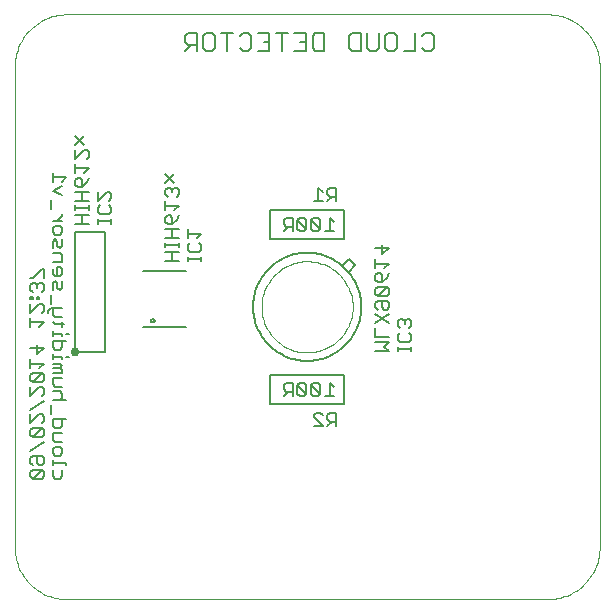
<source format=gbo>
G75*
G70*
%OFA0B0*%
%FSLAX24Y24*%
%IPPOS*%
%LPD*%
%AMOC8*
5,1,8,0,0,1.08239X$1,22.5*
%
%ADD10C,0.0000*%
%ADD11C,0.0080*%
%ADD12C,0.0050*%
%ADD13C,0.0060*%
%ADD14C,0.0300*%
%ADD15C,0.0020*%
D10*
X001175Y002925D02*
X001175Y018925D01*
X001177Y019008D01*
X001183Y019091D01*
X001193Y019174D01*
X001207Y019256D01*
X001224Y019338D01*
X001246Y019418D01*
X001271Y019497D01*
X001300Y019575D01*
X001333Y019652D01*
X001370Y019727D01*
X001409Y019800D01*
X001453Y019871D01*
X001499Y019940D01*
X001549Y020007D01*
X001602Y020071D01*
X001658Y020133D01*
X001717Y020192D01*
X001779Y020248D01*
X001843Y020301D01*
X001910Y020351D01*
X001979Y020397D01*
X002050Y020441D01*
X002123Y020480D01*
X002198Y020517D01*
X002275Y020550D01*
X002353Y020579D01*
X002432Y020604D01*
X002512Y020626D01*
X002594Y020643D01*
X002676Y020657D01*
X002759Y020667D01*
X002842Y020673D01*
X002925Y020675D01*
X018925Y020675D01*
X019008Y020673D01*
X019091Y020667D01*
X019174Y020657D01*
X019256Y020643D01*
X019338Y020626D01*
X019418Y020604D01*
X019497Y020579D01*
X019575Y020550D01*
X019652Y020517D01*
X019727Y020480D01*
X019800Y020441D01*
X019871Y020397D01*
X019940Y020351D01*
X020007Y020301D01*
X020071Y020248D01*
X020133Y020192D01*
X020192Y020133D01*
X020248Y020071D01*
X020301Y020007D01*
X020351Y019940D01*
X020397Y019871D01*
X020441Y019800D01*
X020480Y019727D01*
X020517Y019652D01*
X020550Y019575D01*
X020579Y019497D01*
X020604Y019418D01*
X020626Y019338D01*
X020643Y019256D01*
X020657Y019174D01*
X020667Y019091D01*
X020673Y019008D01*
X020675Y018925D01*
X020675Y002925D01*
X020673Y002842D01*
X020667Y002759D01*
X020657Y002676D01*
X020643Y002594D01*
X020626Y002512D01*
X020604Y002432D01*
X020579Y002353D01*
X020550Y002275D01*
X020517Y002198D01*
X020480Y002123D01*
X020441Y002050D01*
X020397Y001979D01*
X020351Y001910D01*
X020301Y001843D01*
X020248Y001779D01*
X020192Y001717D01*
X020133Y001658D01*
X020071Y001602D01*
X020007Y001549D01*
X019940Y001499D01*
X019871Y001453D01*
X019800Y001409D01*
X019727Y001370D01*
X019652Y001333D01*
X019575Y001300D01*
X019497Y001271D01*
X019418Y001246D01*
X019338Y001224D01*
X019256Y001207D01*
X019174Y001193D01*
X019091Y001183D01*
X019008Y001177D01*
X018925Y001175D01*
X002925Y001175D01*
X002842Y001177D01*
X002759Y001183D01*
X002676Y001193D01*
X002594Y001207D01*
X002512Y001224D01*
X002432Y001246D01*
X002353Y001271D01*
X002275Y001300D01*
X002198Y001333D01*
X002123Y001370D01*
X002050Y001409D01*
X001979Y001453D01*
X001910Y001499D01*
X001843Y001549D01*
X001779Y001602D01*
X001717Y001658D01*
X001658Y001717D01*
X001602Y001779D01*
X001549Y001843D01*
X001499Y001910D01*
X001453Y001979D01*
X001409Y002050D01*
X001370Y002123D01*
X001333Y002198D01*
X001300Y002275D01*
X001271Y002353D01*
X001246Y002432D01*
X001224Y002512D01*
X001207Y002594D01*
X001193Y002676D01*
X001183Y002759D01*
X001177Y002842D01*
X001175Y002925D01*
D11*
X005728Y010465D02*
X005730Y010480D01*
X005736Y010493D01*
X005745Y010505D01*
X005756Y010514D01*
X005770Y010520D01*
X005785Y010522D01*
X005800Y010520D01*
X005813Y010514D01*
X005825Y010505D01*
X005834Y010494D01*
X005840Y010480D01*
X005842Y010465D01*
X005840Y010450D01*
X005834Y010437D01*
X005825Y010425D01*
X005814Y010416D01*
X005800Y010410D01*
X005785Y010408D01*
X005770Y010410D01*
X005757Y010416D01*
X005745Y010425D01*
X005736Y010436D01*
X005730Y010450D01*
X005728Y010465D01*
X009685Y008647D02*
X009685Y007703D01*
X012165Y007703D01*
X012165Y008647D01*
X009685Y008647D01*
X009685Y013203D02*
X012165Y013203D01*
X012165Y014147D01*
X009685Y014147D01*
X009685Y013203D01*
X009670Y019465D02*
X009283Y019465D01*
X009062Y019562D02*
X008965Y019465D01*
X008772Y019465D01*
X008675Y019562D01*
X008675Y019949D02*
X008772Y020045D01*
X008965Y020045D01*
X009062Y019949D01*
X009062Y019562D01*
X009476Y019755D02*
X009670Y019755D01*
X009670Y020045D02*
X009670Y019465D01*
X010084Y019465D02*
X010084Y020045D01*
X010277Y020045D02*
X009890Y020045D01*
X009670Y020045D02*
X009283Y020045D01*
X008454Y020045D02*
X008067Y020045D01*
X008261Y020045D02*
X008261Y019465D01*
X007846Y019562D02*
X007846Y019949D01*
X007750Y020045D01*
X007556Y020045D01*
X007459Y019949D01*
X007459Y019562D01*
X007556Y019465D01*
X007750Y019465D01*
X007846Y019562D01*
X007239Y019658D02*
X006948Y019658D01*
X006852Y019755D01*
X006852Y019949D01*
X006948Y020045D01*
X007239Y020045D01*
X007239Y019465D01*
X007045Y019658D02*
X006852Y019465D01*
X010498Y019465D02*
X010885Y019465D01*
X010885Y020045D01*
X010498Y020045D01*
X010692Y019755D02*
X010885Y019755D01*
X011106Y019562D02*
X011106Y019949D01*
X011202Y020045D01*
X011493Y020045D01*
X011493Y019465D01*
X011202Y019465D01*
X011106Y019562D01*
X012321Y019562D02*
X012321Y019949D01*
X012418Y020045D01*
X012708Y020045D01*
X012708Y019465D01*
X012418Y019465D01*
X012321Y019562D01*
X012929Y019562D02*
X012929Y020045D01*
X013316Y020045D02*
X013316Y019562D01*
X013219Y019465D01*
X013026Y019465D01*
X012929Y019562D01*
X013537Y019562D02*
X013537Y019949D01*
X013633Y020045D01*
X013827Y020045D01*
X013924Y019949D01*
X013924Y019562D01*
X013827Y019465D01*
X013633Y019465D01*
X013537Y019562D01*
X014144Y019465D02*
X014531Y019465D01*
X014531Y020045D01*
X014752Y019949D02*
X014849Y020045D01*
X015042Y020045D01*
X015139Y019949D01*
X015139Y019562D01*
X015042Y019465D01*
X014849Y019465D01*
X014752Y019562D01*
D12*
X011900Y014900D02*
X011675Y014900D01*
X011600Y014825D01*
X011600Y014675D01*
X011675Y014600D01*
X011900Y014600D01*
X011900Y014450D02*
X011900Y014900D01*
X011750Y014600D02*
X011600Y014450D01*
X011440Y014450D02*
X011139Y014450D01*
X011289Y014450D02*
X011289Y014900D01*
X011440Y014750D01*
X011285Y013900D02*
X011135Y013900D01*
X011060Y013825D01*
X011360Y013525D01*
X011285Y013450D01*
X011135Y013450D01*
X011060Y013525D01*
X011060Y013825D01*
X010900Y013825D02*
X010825Y013900D01*
X010675Y013900D01*
X010600Y013825D01*
X010900Y013525D01*
X010825Y013450D01*
X010675Y013450D01*
X010600Y013525D01*
X010600Y013825D01*
X010440Y013900D02*
X010214Y013900D01*
X010139Y013825D01*
X010139Y013675D01*
X010214Y013600D01*
X010440Y013600D01*
X010440Y013450D02*
X010440Y013900D01*
X010289Y013600D02*
X010139Y013450D01*
X010900Y013525D02*
X010900Y013825D01*
X011285Y013900D02*
X011360Y013825D01*
X011360Y013525D01*
X011521Y013450D02*
X011821Y013450D01*
X011671Y013450D02*
X011671Y013900D01*
X011821Y013750D01*
X013200Y012898D02*
X013650Y012898D01*
X013425Y012673D01*
X013425Y012973D01*
X013200Y012513D02*
X013200Y012212D01*
X013200Y012362D02*
X013650Y012362D01*
X013500Y012212D01*
X013350Y012052D02*
X013425Y011977D01*
X013425Y011752D01*
X013275Y011752D01*
X013200Y011827D01*
X013200Y011977D01*
X013275Y012052D01*
X013350Y012052D01*
X013575Y011902D02*
X013425Y011752D01*
X013575Y011902D02*
X013650Y012052D01*
X013575Y011592D02*
X013275Y011592D01*
X013200Y011517D01*
X013200Y011367D01*
X013275Y011292D01*
X013575Y011592D01*
X013650Y011517D01*
X013650Y011367D01*
X013575Y011292D01*
X013275Y011292D01*
X013275Y011131D02*
X013575Y011131D01*
X013650Y011056D01*
X013650Y010906D01*
X013575Y010831D01*
X013500Y010831D01*
X013425Y010906D01*
X013425Y011131D01*
X013275Y011131D02*
X013200Y011056D01*
X013200Y010906D01*
X013275Y010831D01*
X013200Y010671D02*
X013650Y010371D01*
X013650Y010671D02*
X013200Y010371D01*
X013200Y010211D02*
X013200Y009910D01*
X013650Y009910D01*
X013650Y009750D02*
X013200Y009750D01*
X013200Y009450D02*
X013650Y009450D01*
X013500Y009600D01*
X013650Y009750D01*
X013950Y009832D02*
X013950Y009982D01*
X014025Y010057D01*
X014025Y010217D02*
X013950Y010292D01*
X013950Y010443D01*
X014025Y010518D01*
X014100Y010518D01*
X014175Y010443D01*
X014175Y010367D01*
X014175Y010443D02*
X014250Y010518D01*
X014325Y010518D01*
X014400Y010443D01*
X014400Y010292D01*
X014325Y010217D01*
X014325Y010057D02*
X014400Y009982D01*
X014400Y009832D01*
X014325Y009757D01*
X014025Y009757D01*
X013950Y009832D01*
X013950Y009600D02*
X013950Y009450D01*
X013950Y009525D02*
X014400Y009525D01*
X014400Y009450D02*
X014400Y009600D01*
X011821Y008250D02*
X011671Y008400D01*
X011671Y007950D01*
X011821Y007950D02*
X011521Y007950D01*
X011360Y008025D02*
X011060Y008325D01*
X011060Y008025D01*
X011135Y007950D01*
X011285Y007950D01*
X011360Y008025D01*
X011360Y008325D01*
X011285Y008400D01*
X011135Y008400D01*
X011060Y008325D01*
X010900Y008325D02*
X010825Y008400D01*
X010675Y008400D01*
X010600Y008325D01*
X010900Y008025D01*
X010825Y007950D01*
X010675Y007950D01*
X010600Y008025D01*
X010600Y008325D01*
X010440Y008400D02*
X010214Y008400D01*
X010139Y008325D01*
X010139Y008175D01*
X010214Y008100D01*
X010440Y008100D01*
X010440Y007950D02*
X010440Y008400D01*
X010289Y008100D02*
X010139Y007950D01*
X010900Y008025D02*
X010900Y008325D01*
X011214Y007400D02*
X011139Y007325D01*
X011139Y007250D01*
X011440Y006950D01*
X011139Y006950D01*
X011214Y007400D02*
X011365Y007400D01*
X011440Y007325D01*
X011600Y007325D02*
X011600Y007175D01*
X011675Y007100D01*
X011900Y007100D01*
X011900Y006950D02*
X011900Y007400D01*
X011675Y007400D01*
X011600Y007325D01*
X011750Y007100D02*
X011600Y006950D01*
X007400Y012450D02*
X007400Y012600D01*
X007400Y012525D02*
X006950Y012525D01*
X006950Y012450D02*
X006950Y012600D01*
X007025Y012757D02*
X006950Y012832D01*
X006950Y012982D01*
X007025Y013057D01*
X006950Y013217D02*
X006950Y013518D01*
X006950Y013367D02*
X007400Y013367D01*
X007250Y013217D01*
X007325Y013057D02*
X007400Y012982D01*
X007400Y012832D01*
X007325Y012757D01*
X007025Y012757D01*
X006650Y012750D02*
X006200Y012750D01*
X006200Y012910D02*
X006200Y013061D01*
X006200Y012985D02*
X006650Y012985D01*
X006650Y012910D02*
X006650Y013061D01*
X006650Y013217D02*
X006200Y013217D01*
X006425Y013217D02*
X006425Y013518D01*
X006425Y013678D02*
X006275Y013678D01*
X006200Y013753D01*
X006200Y013903D01*
X006275Y013978D01*
X006350Y013978D01*
X006425Y013903D01*
X006425Y013678D01*
X006575Y013828D01*
X006650Y013978D01*
X006500Y014138D02*
X006650Y014288D01*
X006200Y014288D01*
X006200Y014138D02*
X006200Y014438D01*
X006275Y014598D02*
X006200Y014674D01*
X006200Y014824D01*
X006275Y014899D01*
X006350Y014899D01*
X006425Y014824D01*
X006425Y014749D01*
X006425Y014824D02*
X006500Y014899D01*
X006575Y014899D01*
X006650Y014824D01*
X006650Y014674D01*
X006575Y014598D01*
X006500Y015059D02*
X006200Y015359D01*
X006200Y015059D02*
X006500Y015359D01*
X006650Y013518D02*
X006200Y013518D01*
X006425Y012750D02*
X006425Y012450D01*
X006200Y012450D02*
X006650Y012450D01*
X004400Y013700D02*
X004400Y013850D01*
X004400Y013775D02*
X003950Y013775D01*
X003950Y013700D02*
X003950Y013850D01*
X004025Y014007D02*
X003950Y014082D01*
X003950Y014232D01*
X004025Y014307D01*
X003950Y014467D02*
X004250Y014768D01*
X004325Y014768D01*
X004400Y014693D01*
X004400Y014542D01*
X004325Y014467D01*
X004325Y014307D02*
X004400Y014232D01*
X004400Y014082D01*
X004325Y014007D01*
X004025Y014007D01*
X003650Y014000D02*
X003200Y014000D01*
X003200Y014160D02*
X003200Y014311D01*
X003200Y014235D02*
X003650Y014235D01*
X003650Y014160D02*
X003650Y014311D01*
X003650Y014467D02*
X003200Y014467D01*
X003425Y014467D02*
X003425Y014768D01*
X003425Y014928D02*
X003275Y014928D01*
X003200Y015003D01*
X003200Y015153D01*
X003275Y015228D01*
X003350Y015228D01*
X003425Y015153D01*
X003425Y014928D01*
X003575Y015078D01*
X003650Y015228D01*
X003500Y015388D02*
X003650Y015538D01*
X003200Y015538D01*
X003200Y015388D02*
X003200Y015688D01*
X003200Y015848D02*
X003500Y016149D01*
X003575Y016149D01*
X003650Y016074D01*
X003650Y015924D01*
X003575Y015848D01*
X003200Y015848D02*
X003200Y016149D01*
X003200Y016309D02*
X003500Y016609D01*
X003500Y016309D02*
X003200Y016609D01*
X002450Y015399D02*
X002450Y015098D01*
X002450Y015249D02*
X002900Y015249D01*
X002750Y015098D01*
X002750Y014938D02*
X002450Y014788D01*
X002750Y014638D01*
X002375Y014478D02*
X002375Y014178D01*
X002450Y013794D02*
X002750Y013794D01*
X002600Y013794D02*
X002750Y013944D01*
X002750Y014019D01*
X002675Y013634D02*
X002525Y013634D01*
X002450Y013559D01*
X002450Y013409D01*
X002525Y013334D01*
X002675Y013334D01*
X002750Y013409D01*
X002750Y013559D01*
X002675Y013634D01*
X002750Y013173D02*
X002750Y012948D01*
X002675Y012873D01*
X002600Y012948D01*
X002600Y013098D01*
X002525Y013173D01*
X002450Y013098D01*
X002450Y012873D01*
X002450Y012713D02*
X002675Y012713D01*
X002750Y012638D01*
X002750Y012413D01*
X002450Y012413D01*
X002600Y012253D02*
X002600Y011952D01*
X002525Y011952D02*
X002675Y011952D01*
X002750Y012027D01*
X002750Y012178D01*
X002675Y012253D01*
X002600Y012253D01*
X002450Y012178D02*
X002450Y012027D01*
X002525Y011952D01*
X002525Y011792D02*
X002600Y011717D01*
X002600Y011567D01*
X002675Y011492D01*
X002750Y011567D01*
X002750Y011792D01*
X002525Y011792D02*
X002450Y011717D01*
X002450Y011492D01*
X002375Y011332D02*
X002375Y011032D01*
X002375Y010871D02*
X002300Y010796D01*
X002300Y010721D01*
X002450Y010646D02*
X002450Y010871D01*
X002375Y010871D02*
X002750Y010871D01*
X002750Y010571D02*
X002525Y010571D01*
X002450Y010646D01*
X002450Y010414D02*
X002525Y010339D01*
X002825Y010339D01*
X002750Y010264D02*
X002750Y010414D01*
X002450Y010108D02*
X002450Y009957D01*
X002450Y010032D02*
X002750Y010032D01*
X002750Y009957D01*
X002750Y009797D02*
X002750Y009572D01*
X002675Y009497D01*
X002525Y009497D01*
X002450Y009572D01*
X002450Y009797D01*
X002900Y009797D01*
X002900Y010032D02*
X002975Y010032D01*
X002975Y009265D02*
X002900Y009265D01*
X002750Y009265D02*
X002450Y009265D01*
X002450Y009190D02*
X002450Y009340D01*
X002750Y009265D02*
X002750Y009190D01*
X002675Y009030D02*
X002450Y009030D01*
X002450Y008880D02*
X002675Y008880D01*
X002750Y008955D01*
X002675Y009030D01*
X002675Y008880D02*
X002750Y008805D01*
X002750Y008730D01*
X002450Y008730D01*
X002450Y008570D02*
X002750Y008570D01*
X002450Y008570D02*
X002450Y008344D01*
X002525Y008269D01*
X002750Y008269D01*
X002675Y008109D02*
X002450Y008109D01*
X002675Y008109D02*
X002750Y008034D01*
X002750Y007884D01*
X002675Y007809D01*
X002900Y007809D02*
X002450Y007809D01*
X002375Y007649D02*
X002375Y007348D01*
X002450Y007188D02*
X002450Y006963D01*
X002525Y006888D01*
X002675Y006888D01*
X002750Y006963D01*
X002750Y007188D01*
X002900Y007188D02*
X002450Y007188D01*
X002150Y007117D02*
X002075Y007042D01*
X002150Y007117D02*
X002150Y007267D01*
X002075Y007342D01*
X002000Y007342D01*
X001700Y007042D01*
X001700Y007342D01*
X001700Y007502D02*
X002150Y007802D01*
X002075Y007962D02*
X002150Y008037D01*
X002150Y008188D01*
X002075Y008263D01*
X002000Y008263D01*
X001700Y007962D01*
X001700Y008263D01*
X001775Y008423D02*
X001700Y008498D01*
X001700Y008648D01*
X001775Y008723D01*
X002075Y008723D01*
X001775Y008423D01*
X002075Y008423D01*
X002150Y008498D01*
X002150Y008648D01*
X002075Y008723D01*
X002000Y008883D02*
X002150Y009033D01*
X001700Y009033D01*
X001700Y008883D02*
X001700Y009183D01*
X001925Y009344D02*
X001925Y009644D01*
X001700Y009569D02*
X002150Y009569D01*
X001925Y009344D01*
X002000Y010264D02*
X002150Y010414D01*
X001700Y010414D01*
X001700Y010264D02*
X001700Y010565D01*
X001700Y010725D02*
X002000Y011025D01*
X002075Y011025D01*
X002150Y010950D01*
X002150Y010800D01*
X002075Y010725D01*
X001700Y010725D02*
X001700Y011025D01*
X001700Y011185D02*
X001775Y011185D01*
X001775Y011260D01*
X001700Y011260D01*
X001700Y011185D01*
X001925Y011185D02*
X002000Y011185D01*
X002000Y011260D01*
X001925Y011260D01*
X001925Y011185D01*
X001775Y011415D02*
X001700Y011490D01*
X001700Y011640D01*
X001775Y011716D01*
X001850Y011716D01*
X001925Y011640D01*
X001925Y011565D01*
X001925Y011640D02*
X002000Y011716D01*
X002075Y011716D01*
X002150Y011640D01*
X002150Y011490D01*
X002075Y011415D01*
X002150Y011876D02*
X002150Y012176D01*
X002075Y012176D01*
X001775Y011876D01*
X001700Y011876D01*
X003200Y013700D02*
X003650Y013700D01*
X003425Y013700D02*
X003425Y014000D01*
X003950Y014467D02*
X003950Y014768D01*
X003650Y014768D02*
X003200Y014768D01*
X002075Y006881D02*
X001775Y006881D01*
X001700Y006806D01*
X001700Y006656D01*
X001775Y006581D01*
X002075Y006881D01*
X002150Y006806D01*
X002150Y006656D01*
X002075Y006581D01*
X001775Y006581D01*
X002150Y006421D02*
X001700Y006121D01*
X001775Y005961D02*
X002075Y005961D01*
X002150Y005886D01*
X002150Y005735D01*
X002075Y005660D01*
X002000Y005660D01*
X001925Y005735D01*
X001925Y005961D01*
X001775Y005961D02*
X001700Y005886D01*
X001700Y005735D01*
X001775Y005660D01*
X001775Y005500D02*
X001700Y005425D01*
X001700Y005275D01*
X001775Y005200D01*
X002075Y005500D01*
X001775Y005500D01*
X002075Y005500D02*
X002150Y005425D01*
X002150Y005275D01*
X002075Y005200D01*
X001775Y005200D01*
X002450Y005275D02*
X002525Y005200D01*
X002675Y005200D01*
X002750Y005275D01*
X002750Y005500D01*
X002900Y005660D02*
X002900Y005735D01*
X002450Y005735D01*
X002450Y005660D02*
X002450Y005811D01*
X002525Y005967D02*
X002450Y006042D01*
X002450Y006193D01*
X002525Y006268D01*
X002675Y006268D01*
X002750Y006193D01*
X002750Y006042D01*
X002675Y005967D01*
X002525Y005967D01*
X002525Y006428D02*
X002450Y006503D01*
X002450Y006728D01*
X002750Y006728D01*
X002750Y006428D02*
X002525Y006428D01*
X002450Y005500D02*
X002450Y005275D01*
D13*
X003175Y009425D02*
X004175Y009425D01*
X004175Y013425D01*
X003175Y013425D01*
X003175Y009425D01*
X005465Y010245D02*
X006885Y010245D01*
X006885Y012105D02*
X005465Y012105D01*
X009125Y010925D02*
X009127Y011013D01*
X009134Y011101D01*
X009144Y011189D01*
X009160Y011276D01*
X009179Y011362D01*
X009203Y011448D01*
X009230Y011531D01*
X009262Y011614D01*
X009298Y011695D01*
X009338Y011774D01*
X009381Y011850D01*
X009428Y011925D01*
X009479Y011997D01*
X009534Y012067D01*
X009591Y012134D01*
X009652Y012198D01*
X009716Y012259D01*
X009783Y012316D01*
X009853Y012371D01*
X009925Y012422D01*
X010000Y012469D01*
X010076Y012512D01*
X010155Y012552D01*
X010236Y012588D01*
X010319Y012620D01*
X010402Y012647D01*
X010488Y012671D01*
X010574Y012690D01*
X010661Y012706D01*
X010749Y012716D01*
X010837Y012723D01*
X010925Y012725D01*
X011013Y012723D01*
X011101Y012716D01*
X011189Y012706D01*
X011276Y012690D01*
X011362Y012671D01*
X011448Y012647D01*
X011531Y012620D01*
X011614Y012588D01*
X011695Y012552D01*
X011774Y012512D01*
X011850Y012469D01*
X011925Y012422D01*
X011997Y012371D01*
X012067Y012316D01*
X012134Y012259D01*
X012198Y012198D01*
X012259Y012134D01*
X012316Y012067D01*
X012371Y011997D01*
X012422Y011925D01*
X012469Y011850D01*
X012512Y011774D01*
X012552Y011695D01*
X012588Y011614D01*
X012620Y011531D01*
X012647Y011448D01*
X012671Y011362D01*
X012690Y011276D01*
X012706Y011189D01*
X012716Y011101D01*
X012723Y011013D01*
X012725Y010925D01*
X012723Y010837D01*
X012716Y010749D01*
X012706Y010661D01*
X012690Y010574D01*
X012671Y010488D01*
X012647Y010402D01*
X012620Y010319D01*
X012588Y010236D01*
X012552Y010155D01*
X012512Y010076D01*
X012469Y010000D01*
X012422Y009925D01*
X012371Y009853D01*
X012316Y009783D01*
X012259Y009716D01*
X012198Y009652D01*
X012134Y009591D01*
X012067Y009534D01*
X011997Y009479D01*
X011925Y009428D01*
X011850Y009381D01*
X011774Y009338D01*
X011695Y009298D01*
X011614Y009262D01*
X011531Y009230D01*
X011448Y009203D01*
X011362Y009179D01*
X011276Y009160D01*
X011189Y009144D01*
X011101Y009134D01*
X011013Y009127D01*
X010925Y009125D01*
X010837Y009127D01*
X010749Y009134D01*
X010661Y009144D01*
X010574Y009160D01*
X010488Y009179D01*
X010402Y009203D01*
X010319Y009230D01*
X010236Y009262D01*
X010155Y009298D01*
X010076Y009338D01*
X010000Y009381D01*
X009925Y009428D01*
X009853Y009479D01*
X009783Y009534D01*
X009716Y009591D01*
X009652Y009652D01*
X009591Y009716D01*
X009534Y009783D01*
X009479Y009853D01*
X009428Y009925D01*
X009381Y010000D01*
X009338Y010076D01*
X009298Y010155D01*
X009262Y010236D01*
X009230Y010319D01*
X009203Y010402D01*
X009179Y010488D01*
X009160Y010574D01*
X009144Y010661D01*
X009134Y010749D01*
X009127Y010837D01*
X009125Y010925D01*
X012105Y012305D02*
X012315Y012515D01*
X012525Y012305D01*
X012315Y012095D01*
D14*
X003175Y009425D03*
D15*
X009405Y010925D02*
X009407Y011003D01*
X009413Y011080D01*
X009423Y011157D01*
X009437Y011233D01*
X009454Y011309D01*
X009476Y011384D01*
X009501Y011457D01*
X009530Y011529D01*
X009563Y011599D01*
X009599Y011668D01*
X009639Y011735D01*
X009682Y011799D01*
X009728Y011862D01*
X009777Y011922D01*
X009830Y011979D01*
X009885Y012034D01*
X009943Y012085D01*
X010004Y012134D01*
X010066Y012179D01*
X010132Y012222D01*
X010199Y012260D01*
X010268Y012296D01*
X010339Y012327D01*
X010411Y012356D01*
X010485Y012380D01*
X010560Y012400D01*
X010636Y012417D01*
X010712Y012430D01*
X010789Y012439D01*
X010867Y012444D01*
X010944Y012445D01*
X011022Y012442D01*
X011099Y012435D01*
X011176Y012424D01*
X011252Y012409D01*
X011328Y012391D01*
X011402Y012368D01*
X011475Y012342D01*
X011547Y012312D01*
X011617Y012278D01*
X011685Y012241D01*
X011751Y012201D01*
X011815Y012157D01*
X011877Y012110D01*
X011936Y012060D01*
X011993Y012007D01*
X012047Y011951D01*
X012098Y011892D01*
X012146Y011831D01*
X012190Y011767D01*
X012232Y011702D01*
X012270Y011634D01*
X012304Y011564D01*
X012335Y011493D01*
X012362Y011420D01*
X012385Y011346D01*
X012405Y011271D01*
X012421Y011195D01*
X012433Y011119D01*
X012441Y011041D01*
X012445Y010964D01*
X012445Y010886D01*
X012441Y010809D01*
X012433Y010731D01*
X012421Y010655D01*
X012405Y010579D01*
X012385Y010504D01*
X012362Y010430D01*
X012335Y010357D01*
X012304Y010286D01*
X012270Y010216D01*
X012232Y010148D01*
X012190Y010083D01*
X012146Y010019D01*
X012098Y009958D01*
X012047Y009899D01*
X011993Y009843D01*
X011936Y009790D01*
X011877Y009740D01*
X011815Y009693D01*
X011751Y009649D01*
X011685Y009609D01*
X011617Y009572D01*
X011547Y009538D01*
X011475Y009508D01*
X011402Y009482D01*
X011328Y009459D01*
X011252Y009441D01*
X011176Y009426D01*
X011099Y009415D01*
X011022Y009408D01*
X010944Y009405D01*
X010867Y009406D01*
X010789Y009411D01*
X010712Y009420D01*
X010636Y009433D01*
X010560Y009450D01*
X010485Y009470D01*
X010411Y009494D01*
X010339Y009523D01*
X010268Y009554D01*
X010199Y009590D01*
X010132Y009628D01*
X010066Y009671D01*
X010004Y009716D01*
X009943Y009765D01*
X009885Y009816D01*
X009830Y009871D01*
X009777Y009928D01*
X009728Y009988D01*
X009682Y010051D01*
X009639Y010115D01*
X009599Y010182D01*
X009563Y010251D01*
X009530Y010321D01*
X009501Y010393D01*
X009476Y010466D01*
X009454Y010541D01*
X009437Y010617D01*
X009423Y010693D01*
X009413Y010770D01*
X009407Y010847D01*
X009405Y010925D01*
M02*

</source>
